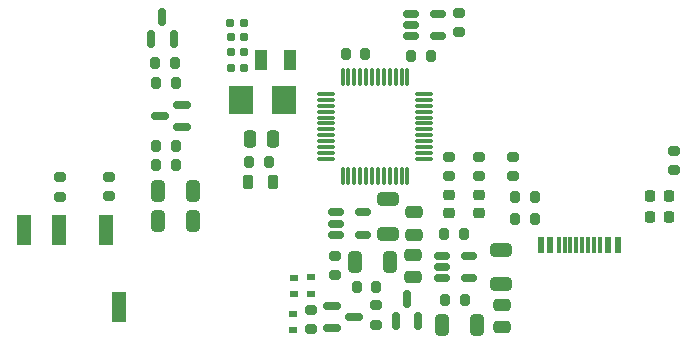
<source format=gbr>
%TF.GenerationSoftware,KiCad,Pcbnew,(6.0.2)*%
%TF.CreationDate,2022-04-09T20:57:27+08:00*%
%TF.ProjectId,Morse_code_PCB,4d6f7273-655f-4636-9f64-655f5043422e,rev?*%
%TF.SameCoordinates,Original*%
%TF.FileFunction,Paste,Top*%
%TF.FilePolarity,Positive*%
%FSLAX46Y46*%
G04 Gerber Fmt 4.6, Leading zero omitted, Abs format (unit mm)*
G04 Created by KiCad (PCBNEW (6.0.2)) date 2022-04-09 20:57:27*
%MOMM*%
%LPD*%
G01*
G04 APERTURE LIST*
G04 Aperture macros list*
%AMRoundRect*
0 Rectangle with rounded corners*
0 $1 Rounding radius*
0 $2 $3 $4 $5 $6 $7 $8 $9 X,Y pos of 4 corners*
0 Add a 4 corners polygon primitive as box body*
4,1,4,$2,$3,$4,$5,$6,$7,$8,$9,$2,$3,0*
0 Add four circle primitives for the rounded corners*
1,1,$1+$1,$2,$3*
1,1,$1+$1,$4,$5*
1,1,$1+$1,$6,$7*
1,1,$1+$1,$8,$9*
0 Add four rect primitives between the rounded corners*
20,1,$1+$1,$2,$3,$4,$5,0*
20,1,$1+$1,$4,$5,$6,$7,0*
20,1,$1+$1,$6,$7,$8,$9,0*
20,1,$1+$1,$8,$9,$2,$3,0*%
G04 Aperture macros list end*
%ADD10RoundRect,0.225000X-0.250000X0.225000X-0.250000X-0.225000X0.250000X-0.225000X0.250000X0.225000X0*%
%ADD11RoundRect,0.155000X-0.212500X-0.155000X0.212500X-0.155000X0.212500X0.155000X-0.212500X0.155000X0*%
%ADD12RoundRect,0.200000X-0.275000X0.200000X-0.275000X-0.200000X0.275000X-0.200000X0.275000X0.200000X0*%
%ADD13RoundRect,0.200000X0.200000X0.275000X-0.200000X0.275000X-0.200000X-0.275000X0.200000X-0.275000X0*%
%ADD14RoundRect,0.150000X0.587500X0.150000X-0.587500X0.150000X-0.587500X-0.150000X0.587500X-0.150000X0*%
%ADD15RoundRect,0.200000X-0.200000X-0.275000X0.200000X-0.275000X0.200000X0.275000X-0.200000X0.275000X0*%
%ADD16R,1.000000X1.800000*%
%ADD17RoundRect,0.075000X-0.662500X-0.075000X0.662500X-0.075000X0.662500X0.075000X-0.662500X0.075000X0*%
%ADD18RoundRect,0.075000X-0.075000X-0.662500X0.075000X-0.662500X0.075000X0.662500X-0.075000X0.662500X0*%
%ADD19R,0.700000X0.600000*%
%ADD20RoundRect,0.218750X-0.218750X-0.381250X0.218750X-0.381250X0.218750X0.381250X-0.218750X0.381250X0*%
%ADD21RoundRect,0.250000X0.325000X0.650000X-0.325000X0.650000X-0.325000X-0.650000X0.325000X-0.650000X0*%
%ADD22RoundRect,0.250000X-0.650000X0.325000X-0.650000X-0.325000X0.650000X-0.325000X0.650000X0.325000X0*%
%ADD23RoundRect,0.250000X-0.325000X-0.650000X0.325000X-0.650000X0.325000X0.650000X-0.325000X0.650000X0*%
%ADD24RoundRect,0.218750X0.218750X0.256250X-0.218750X0.256250X-0.218750X-0.256250X0.218750X-0.256250X0*%
%ADD25RoundRect,0.200000X0.275000X-0.200000X0.275000X0.200000X-0.275000X0.200000X-0.275000X-0.200000X0*%
%ADD26RoundRect,0.150000X-0.512500X-0.150000X0.512500X-0.150000X0.512500X0.150000X-0.512500X0.150000X0*%
%ADD27RoundRect,0.250000X0.475000X-0.250000X0.475000X0.250000X-0.475000X0.250000X-0.475000X-0.250000X0*%
%ADD28R,0.600000X1.450000*%
%ADD29R,0.300000X1.450000*%
%ADD30R,1.200000X2.500000*%
%ADD31RoundRect,0.250000X0.250000X0.475000X-0.250000X0.475000X-0.250000X-0.475000X0.250000X-0.475000X0*%
%ADD32RoundRect,0.150000X0.150000X-0.587500X0.150000X0.587500X-0.150000X0.587500X-0.150000X-0.587500X0*%
%ADD33R,2.000000X2.400000*%
%ADD34RoundRect,0.150000X-0.587500X-0.150000X0.587500X-0.150000X0.587500X0.150000X-0.587500X0.150000X0*%
%ADD35RoundRect,0.250000X-0.475000X0.250000X-0.475000X-0.250000X0.475000X-0.250000X0.475000X0.250000X0*%
G04 APERTURE END LIST*
D10*
%TO.C,C2*%
X112300000Y-149125000D03*
X112300000Y-150675000D03*
%TD*%
D11*
%TO.C,C16*%
X91282500Y-135720000D03*
X92417500Y-135720000D03*
%TD*%
D12*
%TO.C,R19*%
X110600000Y-133675000D03*
X110600000Y-135325000D03*
%TD*%
D13*
%TO.C,R21*%
X86625000Y-139600000D03*
X84975000Y-139600000D03*
%TD*%
D14*
%TO.C,Q3*%
X87137500Y-143350000D03*
X87137500Y-141450000D03*
X85262500Y-142400000D03*
%TD*%
D15*
%TO.C,R20*%
X84875000Y-137900000D03*
X86525000Y-137900000D03*
%TD*%
D16*
%TO.C,Y2*%
X93830000Y-137640000D03*
X96330000Y-137640000D03*
%TD*%
D17*
%TO.C,U7*%
X99337500Y-140550000D03*
X99337500Y-141050000D03*
X99337500Y-141550000D03*
X99337500Y-142050000D03*
X99337500Y-142550000D03*
X99337500Y-143050000D03*
X99337500Y-143550000D03*
X99337500Y-144050000D03*
X99337500Y-144550000D03*
X99337500Y-145050000D03*
X99337500Y-145550000D03*
X99337500Y-146050000D03*
D18*
X100750000Y-147462500D03*
X101250000Y-147462500D03*
X101750000Y-147462500D03*
X102250000Y-147462500D03*
X102750000Y-147462500D03*
X103250000Y-147462500D03*
X103750000Y-147462500D03*
X104250000Y-147462500D03*
X104750000Y-147462500D03*
X105250000Y-147462500D03*
X105750000Y-147462500D03*
X106250000Y-147462500D03*
D17*
X107662500Y-146050000D03*
X107662500Y-145550000D03*
X107662500Y-145050000D03*
X107662500Y-144550000D03*
X107662500Y-144050000D03*
X107662500Y-143550000D03*
X107662500Y-143050000D03*
X107662500Y-142550000D03*
X107662500Y-142050000D03*
X107662500Y-141550000D03*
X107662500Y-141050000D03*
X107662500Y-140550000D03*
D18*
X106250000Y-139137500D03*
X105750000Y-139137500D03*
X105250000Y-139137500D03*
X104750000Y-139137500D03*
X104250000Y-139137500D03*
X103750000Y-139137500D03*
X103250000Y-139137500D03*
X102750000Y-139137500D03*
X102250000Y-139137500D03*
X101750000Y-139137500D03*
X101250000Y-139137500D03*
X100750000Y-139137500D03*
%TD*%
D15*
%TO.C,R18*%
X106575000Y-137300000D03*
X108225000Y-137300000D03*
%TD*%
D11*
%TO.C,C14*%
X91272500Y-138330000D03*
X92407500Y-138330000D03*
%TD*%
D19*
%TO.C,D1*%
X96570000Y-160570000D03*
X96570000Y-159170000D03*
%TD*%
D13*
%TO.C,R8*%
X103615000Y-156920000D03*
X101965000Y-156920000D03*
%TD*%
D15*
%TO.C,R17*%
X84975000Y-145000000D03*
X86625000Y-145000000D03*
%TD*%
D10*
%TO.C,C3*%
X109800000Y-149125000D03*
X109800000Y-150675000D03*
%TD*%
D13*
%TO.C,R2*%
X94505000Y-146280000D03*
X92855000Y-146280000D03*
%TD*%
D20*
%TO.C,L1*%
X92757500Y-148040000D03*
X94882500Y-148040000D03*
%TD*%
D21*
%TO.C,C8*%
X104775000Y-154750000D03*
X101825000Y-154750000D03*
%TD*%
D22*
%TO.C,C5*%
X114200000Y-153725000D03*
X114200000Y-156675000D03*
%TD*%
D23*
%TO.C,C13*%
X85125000Y-151350000D03*
X88075000Y-151350000D03*
%TD*%
D21*
%TO.C,C6*%
X112095000Y-160130000D03*
X109145000Y-160130000D03*
%TD*%
D19*
%TO.C,D5*%
X96600000Y-157500000D03*
X96600000Y-156100000D03*
%TD*%
D24*
%TO.C,D3*%
X128387500Y-151000000D03*
X126812500Y-151000000D03*
%TD*%
D25*
%TO.C,R13*%
X115200000Y-147525000D03*
X115200000Y-145875000D03*
%TD*%
D26*
%TO.C,U3*%
X109162500Y-154250000D03*
X109162500Y-155200000D03*
X109162500Y-156150000D03*
X111437500Y-156150000D03*
X111437500Y-154250000D03*
%TD*%
D27*
%TO.C,C9*%
X106700000Y-156050000D03*
X106700000Y-154150000D03*
%TD*%
D15*
%TO.C,R16*%
X84975000Y-146600000D03*
X86625000Y-146600000D03*
%TD*%
D12*
%TO.C,R7*%
X103550000Y-158455000D03*
X103550000Y-160105000D03*
%TD*%
D28*
%TO.C,J1*%
X117550000Y-153315000D03*
X118350000Y-153315000D03*
D29*
X119550000Y-153315000D03*
X120550000Y-153315000D03*
X121050000Y-153315000D03*
X122050000Y-153315000D03*
D28*
X123250000Y-153315000D03*
X124050000Y-153315000D03*
X124050000Y-153315000D03*
X123250000Y-153315000D03*
D29*
X122550000Y-153315000D03*
X121550000Y-153315000D03*
X120050000Y-153315000D03*
X119050000Y-153315000D03*
D28*
X118350000Y-153315000D03*
X117550000Y-153315000D03*
%TD*%
D12*
%TO.C,R6*%
X98100000Y-158825000D03*
X98100000Y-160475000D03*
%TD*%
%TO.C,R24*%
X128850000Y-145375000D03*
X128850000Y-147025000D03*
%TD*%
D30*
%TO.C,J3*%
X76755000Y-152050000D03*
X73755000Y-152050000D03*
X81855000Y-158550000D03*
X80755000Y-152050000D03*
%TD*%
D11*
%TO.C,C1*%
X91282500Y-136960000D03*
X92417500Y-136960000D03*
%TD*%
%TO.C,C15*%
X91262500Y-134520000D03*
X92397500Y-134520000D03*
%TD*%
D12*
%TO.C,R23*%
X80950000Y-147575000D03*
X80950000Y-149225000D03*
%TD*%
D15*
%TO.C,R12*%
X115375000Y-149300000D03*
X117025000Y-149300000D03*
%TD*%
D31*
%TO.C,C17*%
X94830000Y-144370000D03*
X92930000Y-144370000D03*
%TD*%
D15*
%TO.C,R11*%
X115375000Y-151100000D03*
X117025000Y-151100000D03*
%TD*%
D13*
%TO.C,R10*%
X111100000Y-158000000D03*
X109450000Y-158000000D03*
%TD*%
D15*
%TO.C,R1*%
X101005000Y-137190000D03*
X102655000Y-137190000D03*
%TD*%
D12*
%TO.C,R22*%
X76850000Y-147600000D03*
X76850000Y-149250000D03*
%TD*%
D19*
%TO.C,D4*%
X98110000Y-156090000D03*
X98110000Y-157490000D03*
%TD*%
D32*
%TO.C,Q4*%
X84550000Y-135937500D03*
X86450000Y-135937500D03*
X85500000Y-134062500D03*
%TD*%
D26*
%TO.C,U6*%
X106562500Y-133750000D03*
X106562500Y-134700000D03*
X106562500Y-135650000D03*
X108837500Y-135650000D03*
X108837500Y-133750000D03*
%TD*%
D25*
%TO.C,R3*%
X112300000Y-147525000D03*
X112300000Y-145875000D03*
%TD*%
D33*
%TO.C,Y1*%
X92130000Y-141070000D03*
X95830000Y-141070000D03*
%TD*%
D26*
%TO.C,U5*%
X100182500Y-150590000D03*
X100182500Y-151540000D03*
X100182500Y-152490000D03*
X102457500Y-152490000D03*
X102457500Y-150590000D03*
%TD*%
D27*
%TO.C,C7*%
X114260000Y-160290000D03*
X114260000Y-158390000D03*
%TD*%
D24*
%TO.C,D6*%
X128387500Y-149200000D03*
X126812500Y-149200000D03*
%TD*%
D25*
%TO.C,R9*%
X100120000Y-155905000D03*
X100120000Y-154255000D03*
%TD*%
%TO.C,R4*%
X109800000Y-147525000D03*
X109800000Y-145875000D03*
%TD*%
D32*
%TO.C,Q2*%
X105240000Y-159777500D03*
X107140000Y-159777500D03*
X106190000Y-157902500D03*
%TD*%
D23*
%TO.C,C12*%
X85125000Y-148800000D03*
X88075000Y-148800000D03*
%TD*%
D34*
%TO.C,Q1*%
X99882500Y-158480000D03*
X99882500Y-160380000D03*
X101757500Y-159430000D03*
%TD*%
D22*
%TO.C,C10*%
X104580000Y-149465000D03*
X104580000Y-152415000D03*
%TD*%
D35*
%TO.C,C11*%
X106790000Y-150560000D03*
X106790000Y-152460000D03*
%TD*%
D15*
%TO.C,R5*%
X109350000Y-152400000D03*
X111000000Y-152400000D03*
%TD*%
M02*

</source>
